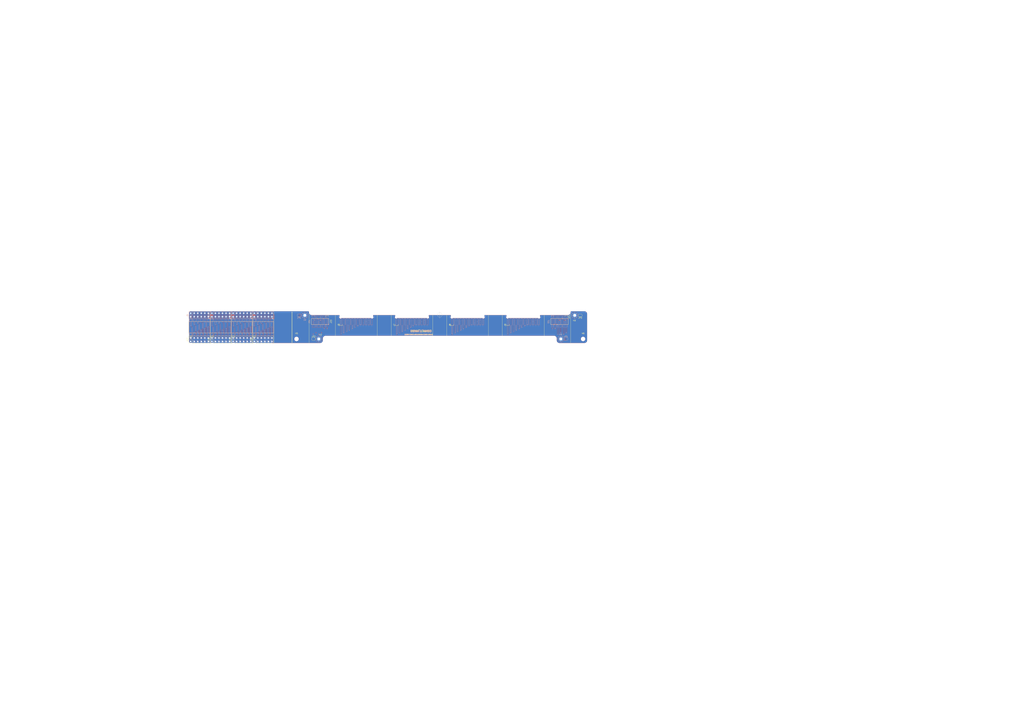
<source format=kicad_pcb>
(kicad_pcb (version 20210228) (generator pcbnew)
  (layers (0 "F.Cu" power) (1 "In1.Cu" signal) (2 "In2.Cu" signal) (3 "In3.Cu" signal) (4 "In4.Cu" signal) (31 "B.Cu" power) (34 "B.Paste" user) (35 "F.Paste" user) (36 "B.SilkS" user "B.Silkscreen") (37 "F.SilkS" user "F.Silkscreen") (38 "B.Mask" user) (39 "F.Mask" user) (44 "Edge.Cuts" user))
  (net 0 "")
  (net 1 "2_a1")
  (net 2 "2_a7")
  (net 3 "2_a2")
  (net 4 "2_a8")
  (net 5 "2_a3")
  (net 6 "2_a9")
  (net 7 "2_a4")
  (net 8 "2_a10")
  (net 9 "2_a5")
  (net 10 "2_a11")
  (net 11 "2_a6")
  (net 12 "2_a12")
  (net 13 "3_a1")
  (net 14 "3_a7")
  (net 15 "3_a2")
  (net 16 "3_a8")
  (net 17 "3_a3")
  (net 18 "3_a9")
  (net 19 "3_a4")
  (net 20 "3_a10")
  (net 21 "3_a5")
  (net 22 "3_a11")
  (net 23 "3_a6")
  (net 24 "3_a12")
  (net 25 "4_a1")
  (net 26 "4_a7")
  (net 27 "4_a2")
  (net 28 "4_a8")
  (net 29 "4_a3")
  (net 30 "4_a9")
  (net 31 "4_a4")
  (net 32 "4_a10")
  (net 33 "4_a5")
  (net 34 "4_a11")
  (net 35 "4_a6")
  (net 36 "4_a12")
  (net 37 "1_a12")
  (net 38 "1_a11")
  (net 39 "1_a10")
  (net 40 "1_a9")
  (net 41 "1_a8")
  (net 42 "1_a7")
  (net 43 "1_a6")
  (net 44 "1_a5")
  (net 45 "1_a4")
  (net 46 "1_a3")
  (net 47 "1_a2")
  (net 48 "1_a1")
  (net 49 "Net-(H1-Pad1)")
  (net 50 "Net-(H2-Pad1)")
  (net 51 "Net-(H3-Pad1)")
  (net 52 "Net-(H4-Pad1)")
  (net 53 "GND")
  (footprint "Jumper:SolderJumper-2_P1.3mm_Open_RoundedPad1.0x1.5mm" (layer "F.Cu") (at 100.9 0.25 180)
    (fp_text reference "JP3")
    (fp_text value "Jumper_2_Bridged" hide)
  )
  (footprint "MINE:71609" (layer "F.Cu") (at -127 8.89)
    (fp_text reference "J14")
    (fp_text value "Conn_02x06_Counter_Clockwise" hide)
  )
  (footprint "MountingHole:MountingHole_3mm" (layer "F.Cu") (at 103 17.25)
    (fp_text reference "H6")
    (fp_text value "MountingHole" hide)
  )
  (footprint "MountingHole:MountingHole_2.2mm_M2_Pad_Via" (layer "F.Cu") (at -87 17.25)
    (fp_text reference "H2")
    (fp_text value "MountingHole_Pad" hide)
  )
  (footprint "Connector_PinHeader_2.54mm:PinHeader_2x06_P2.54mm_Vertical" (layer "F.Cu") (at -133.35 19.05 90)
    (fp_text reference "J20")
    (fp_text value "Conn_02x06_Counter_Clockwise" hide)
  )
  (footprint "MountingHole:MountingHole_2.2mm_M2_Pad_Via" (layer "F.Cu") (at 97 0.25)
    (fp_text reference "H3")
    (fp_text value "MountingHole_Pad" hide)
  )
  (footprint "MINE:MMS-106-02-X-SH" (layer "F.Cu") (at 86 4.75 -90)
    (fp_text reference "J24")
    (fp_text value "Conn_01x06" hide)
  )
  (footprint "Connector_PinHeader_2.54mm:PinHeader_2x06_P2.54mm_Vertical" (layer "F.Cu") (at -163.83 19.05 90)
    (fp_text reference "J18")
    (fp_text value "Conn_02x06_Counter_Clockwise" hide)
  )
  (footprint "MINE:logo_small" (layer "F.Cu") (at -15.25 14 180)
    (fp_text reference "LOGO1" hide)
    (fp_text value "Logo" hide)
  )
  (footprint "MINE:TMM-112-01-STRADDLE" (layer "F.Cu") (at 60 2.164)
    (fp_text reference "J9")
    (fp_text value "Conn_02x12_Row_Letter_First" hide)
    (fp_line (start -12 -1.13137) (end -12 -1.254) (layer "Edge.Cuts") (width 0.05))
    (fp_line (start 12 -1.13137) (end 12 -1.254) (layer "Edge.Cuts") (width 0.05))
    (fp_line (start -10.868629 0) (end 10.868629 0) (layer "Edge.Cuts") (width 0.05))
    (fp_arc (start 11.434314 -0.565685) (end 10.868629 0) (angle -180) (layer "Edge.Cuts") (width 0.05))
    (fp_arc (start -11.434314 -0.565685) (end -11.999999 -1.13137) (angle -180) (layer "Edge.Cuts") (width 0.05))
  )
  (footprint "Connector_PinHeader_2.54mm:PinHeader_2x06_P2.54mm_Vertical" (layer "F.Cu") (at -148.59 19.05 90)
    (fp_text reference "J19")
    (fp_text value "Conn_02x06_Counter_Clockwise" hide)
  )
  (footprint "MINE:MMS-106-02-X-SH" (layer "F.Cu") (at -86 4.75 -90)
    (fp_text reference "J23")
    (fp_text value "Conn_01x06" hide)
  )
  (footprint "MINE:71609" (layer "F.Cu") (at -157.48 8.89)
    (fp_text reference "J12")
    (fp_text value "Conn_02x06_Counter_Clockwise" hide)
  )
  (footprint "MINE:TMM-112-01-STRADDLE" (layer "F.Cu") (at -20 2.164)
    (fp_text reference "J7")
    (fp_text value "Conn_02x12_Row_Letter_First" hide)
    (fp_line (start -10.868629 0) (end 10.868629 0) (layer "Edge.Cuts") (width 0.05))
    (fp_line (start -12 -1.13137) (end -12 -1.254) (layer "Edge.Cuts") (width 0.05))
    (fp_line (start 12 -1.13137) (end 12 -1.254) (layer "Edge.Cuts") (width 0.05))
    (fp_arc (start -11.434314 -0.565685) (end -11.999999 -1.13137) (angle -180) (layer "Edge.Cuts") (width 0.05))
    (fp_arc (start 11.434314 -0.565685) (end 10.868629 0) (angle -180) (layer "Edge.Cuts") (width 0.05))
  )
  (footprint "MINE:71609" (layer "F.Cu") (at -142.24 8.89)
    (fp_text reference "J13")
    (fp_text value "Conn_02x06_Counter_Clockwise" hide)
  )
  (footprint "Connector_PinHeader_2.54mm:PinHeader_2x06_P2.54mm_Vertical" (layer "F.Cu") (at -179.07 19.05 90)
    (fp_text reference "J17")
    (fp_text value "Conn_02x06_Counter_Clockwise" hide)
  )
  (footprint "MountingHole:MountingHole_3mm" (layer "F.Cu") (at -103 17.25)
    (fp_text reference "H5")
    (fp_text value "MountingHole" hide)
  )
  (footprint "MINE:TMM-112-01-STRADDLE" (layer "F.Cu") (at -60 2.164)
    (fp_text reference "J6")
    (fp_text value "Conn_02x12_Row_Letter_First" hide)
    (fp_line (start -10.868629 0) (end 10.868629 0) (layer "Edge.Cuts") (width 0.05))
    (fp_line (start 12 -1.13137) (end 12 -1.254) (layer "Edge.Cuts") (width 0.05))
    (fp_line (start -12 -1.13137) (end -12 -1.254) (layer "Edge.Cuts") (width 0.05))
    (fp_arc (start -11.434314 -0.565685) (end -11.999999 -1.13137) (angle -180) (layer "Edge.Cuts") (width 0.05))
    (fp_arc (start 11.434314 -0.565685) (end 10.868629 0) (angle -180) (layer "Edge.Cuts") (width 0.05))
  )
  (footprint "Jumper:SolderJumper-2_P1.3mm_Open_RoundedPad1.0x1.5mm" (layer "F.Cu") (at -90.75 17.25)
    (fp_text reference "JP2")
    (fp_text value "Jumper_2_Bridged" hide)
  )
  (footprint "MINE:71609" (layer "F.Cu") (at -172.72 8.89)
    (fp_text reference "J11")
    (fp_text value "Conn_02x06_Counter_Clockwise" hide)
  )
  (footprint "MINE:TMM-112-01-STRADDLE" (layer "F.Cu") (at 20 2.164)
    (fp_text reference "J8")
    (fp_text value "Conn_02x12_Row_Letter_First" hide)
    (fp_line (start -10.868629 0) (end 10.868629 0) (layer "Edge.Cuts") (width 0.05))
    (fp_line (start 12 -1.13137) (end 12 -1.254) (layer "Edge.Cuts") (width 0.05))
    (fp_line (start -12 -1.13137) (end -12 -1.254) (layer "Edge.Cuts") (width 0.05))
    (fp_arc (start -11.434314 -0.565685) (end -11.999999 -1.13137) (angle -180) (layer "Edge.Cuts") (width 0.05))
    (fp_arc (start 11.434314 -0.565685) (end 10.868629 0) (angle -180) (layer "Edge.Cuts") (width 0.05))
  )
  (footprint "Connector_PinHeader_2.54mm:PinHeader_2x06_P2.54mm_Vertical" (layer "B.Cu") (at -148.59 -1.275 -90)
    (fp_text reference "J15")
    (fp_text value "Conn_02x06_Counter_Clockwise" hide)
  )
  (footprint "MountingHole:MountingHole_2.2mm_M2_Pad_Via" (layer "B.Cu") (at -97.025 0.25 180)
    (fp_text reference "H1")
    (fp_text value "MountingHole_Pad" hide)
  )
  (footprint "Connector_PinHeader_2.54mm:PinHeader_2x06_P2.54mm_Vertical" (layer "B.Cu") (at -163.83 -1.27 -90)
    (fp_text reference "J10")
    (fp_text value "Conn_02x06_Counter_Clockwise" hide)
  )
  (footprint "MINE:71609" (layer "B.Cu") (at -172.72 8.89)
    (fp_text reference "J1")
    (fp_text value "Conn_02x06_Counter_Clockwise" hide)
  )
  (footprint "MINE:71609" (layer "B.Cu") (at -142.24 8.89)
    (fp_text reference "J3")
    (fp_text value "Conn_02x06_Counter_Clockwise" hide)
  )
  (footprint "MINE:71609" (layer "B.Cu") (at -127 8.89)
    (fp_text reference "J4")
    (fp_text value "Conn_02x06_Counter_Clockwise" hide)
  )
  (footprint "Connector_PinHeader_2.54mm:PinHeader_2x06_P2.54mm_Vertical" (layer "B.Cu") (at -133.35 -1.275 -90)
    (fp_text reference "J16")
    (fp_text value "Conn_02x06_Counter_Clockwise" hide)
  )
  (footprint "Connector_PinHeader_2.54mm:PinHeader_2x06_P2.54mm_Vertical" (layer "B.Cu") (at -179.07 -1.27 -90)
    (fp_text reference "J5")
    (fp_text value "Conn_02x06_Counter_Clockwise" hide)
  )
  (footprint "MINE:MMS-106-02-X-SH" (layer "B.Cu") (at 86 4.75 -90)
    (fp_text reference "J22")
    (fp_text value "Conn_01x06" hide)
  )
  (footprint "MINE:MMS-106-02-X-SH" (layer "B.Cu") (at -86 4.75 -90)
    (fp_text reference "J21")
    (fp_text value "Conn_01x06")
  )
  (footprint "MountingHole:MountingHole_2.2mm_M2_Pad_Via" (layer "B.Cu") (at 87 17.25 180)
    (fp_text reference "H4")
    (fp_text value "MountingHole_Pad" hide)
  )
  (footprint "MINE:71609" (layer "B.Cu") (at -157.48 8.89)
    (fp_text reference "J2")
    (fp_text value "Conn_02x06_Counter_Clockwise" hide)
  )
  (footprint "MINE:logo_small" (layer "B.Cu") (at -15.25 14)
    (fp_text reference "LOGO2" hide)
    (fp_text value "Logo" hide)
  )
  (footprint "Jumper:SolderJumper-2_P1.3mm_Open_RoundedPad1.0x1.5mm" (layer "B.Cu") (at -101.125 0.25)
    (fp_text reference "JP1")
    (fp_text value "Jumper_2_Bridged" hide)
  )
  (footprint "Jumper:SolderJumper-2_P1.3mm_Open_RoundedPad1.0x1.5mm" (layer "B.Cu") (at 90.75 17.25 180)
    (fp_text reference "JP4")
    (fp_text value "Jumper_2_Bridged" hide)
  )
  (gr_line (start 45 0) (end 45 15) (layer "F.SilkS") (width 0.15))
  (gr_line (start 35 0) (end 35 15) (layer "F.SilkS") (width 0.15))
  (gr_line (start -94 -1) (end -94 20) (layer "F.SilkS") (width 0.15))
  (gr_line (start -5 0) (end -5 15) (layer "F.SilkS") (width 0.15))
  (gr_line (start 75 0) (end 75 15) (layer "F.SilkS") (width 0.15))
  (gr_line (start -35 0) (end -35 15) (layer "F.SilkS") (width 0.15))
  (gr_line (start -134.62 -1.27) (end -134.62 20.066) (layer "F.SilkS") (width 0.15))
  (gr_line (start -45 0) (end -45 15) (layer "F.SilkS") (width 0.15))
  (gr_line (start -106 -2.25) (end -106 20) (layer "F.SilkS") (width 0.15))
  (gr_line (start -106.5 -2.25) (end -106.5 20) (layer "F.SilkS") (width 0.15))
  (gr_line (start 94 -1) (end 94 20) (layer "F.SilkS") (width 0.15))
  (gr_line (start -149.86 -1.27) (end -149.86 20.066) (layer "F.SilkS") (width 0.15))
  (gr_line (start -75 0) (end -75 15) (layer "F.SilkS") (width 0.15))
  (gr_line (start -119.38 -1.27) (end -119.38 20.066) (layer "F.SilkS") (width 0.15))
  (gr_line (start -165.1 -1.27) (end -165.1 20.066) (layer "F.SilkS") (width 0.15))
  (gr_line (start 5 0) (end 5 15) (layer "F.SilkS") (width 0.15))
  (gr_line (start -45 0) (end -48 0) (layer "Edge.Cuts") (width 0.05))
  (gr_line (start 72 0.91) (end 72 0) (layer "Edge.Cuts") (width 0.05))
  (gr_arc (start -92 -2) (end -92 0) (angle 90) (layer "Edge.Cuts") (width 0.05))
  (gr_line (start 75 0) (end 72 0) (layer "Edge.Cuts") (width 0.05))
  (gr_line (start -8 0.91) (end -8 0) (layer "Edge.Cuts") (width 0.05))
  (gr_arc (start 82 17) (end 82 15) (angle 90) (layer "Edge.Cuts") (width 0.05))
  (gr_line (start 94.5 -2.75) (end 104 -2.75) (layer "Edge.Cuts") (width 0.05))
  (gr_arc (start -179.34 19.250003) (end -180.34 19.25) (angle -90) (layer "Edge.Cuts") (width 0.05))
  (gr_line (start -179.34 -2.75) (end -94.5 -2.75) (layer "Edge.Cuts") (width 0.05))
  (gr_line (start 32 0.91) (end 32 0) (layer "Edge.Cuts") (width 0.05))
  (gr_line (start 84 18.25) (end 84 17) (layer "Edge.Cuts") (width 0.05))
  (gr_line (start -72 0) (end -75 0) (layer "Edge.Cuts") (width 0.05))
  (gr_line (start 48 0) (end 45 0) (layer "Edge.Cuts") (width 0.05))
  (gr_line (start 94 -2) (end 94 -2.25) (layer "Edge.Cuts") (width 0.05))
  (gr_arc (start -179.340003 -1.75) (end -179.34 -2.75) (angle -90) (layer "Edge.Cuts") (width 0.05))
  (gr_line (start -32 0) (end -35 0) (layer "Edge.Cuts") (width 0.05))
  (gr_arc (start -86 18.25) (end -84 18.25) (angle 90) (layer "Edge.Cuts") (width 0.05))
  (gr_arc (start -82 17) (end -84 17) (angle 90) (layer "Edge.Cuts") (width 0.05))
  (gr_arc (start 94.5 -2.25) (end 94 -2.25) (angle 90) (layer "Edge.Cuts") (width 0.05))
  (gr_line (start -84 17) (end -84 18.25) (layer "Edge.Cuts") (width 0.05))
  (gr_line (start -72 0.91) (end -72 0) (layer "Edge.Cuts") (width 0.05))
  (gr_line (start 106 -0.75) (end 106 18.25) (layer "Edge.Cuts") (width 0.05))
  (gr_line (start 48 0.91) (end 48 0) (layer "Edge.Cuts") (width 0.05))
  (gr_line (start -86 20.25) (end -179.34 20.25) (layer "Edge.Cuts") (width 0.05))
  (gr_line (start 0 0) (end -5 0) (layer "Edge.Cuts") (width 0.05))
  (gr_line (start 35 0) (end 32 0) (layer "Edge.Cuts") (width 0.05))
  (gr_line (start 5 0) (end 0 0) (layer "Edge.Cuts") (width 0.05))
  (gr_line (start 75 0) (end 92 0) (layer "Edge.Cuts") (width 0.05))
  (gr_line (start 8 0.91) (end 8 0) (layer "Edge.Cuts") (width 0.05))
  (gr_line (start -32 0.91) (end -32 0) (layer "Edge.Cuts") (width 0.05))
  (gr_line (start -48 0.91) (end -48 0) (layer "Edge.Cuts") (width 0.05))
  (gr_line (start 8 0) (end 5 0) (layer "Edge.Cuts") (width 0.05))
  (gr_arc (start 92 -2) (end 94 -2) (angle 90) (layer "Edge.Cuts") (width 0.05))
  (gr_arc (start 86 18.25) (end 86 20.25) (angle 90) (layer "Edge.Cuts") (width 0.05))
  (gr_line (start 45 0) (end 35 0) (layer "Edge.Cuts") (width 0.05))
  (gr_arc (start 104 -0.75) (end 104 -2.75) (angle 90) (layer "Edge.Cuts") (width 0.05))
  (gr_line (start -35 0) (end -45 0) (layer "Edge.Cuts") (width 0.05))
  (gr_line (start -5 0) (end -8 0) (layer "Edge.Cuts") (width 0.05))
  (gr_line (start -75 0) (end -92 0) (layer "Edge.Cuts") (width 0.05))
  (gr_arc (start -94.5 -2.25) (end -94.5 -2.75) (angle 90) (layer "Edge.Cuts") (width 0.05))
  (gr_line (start -94 -2.25) (end -94 -2) (layer "Edge.Cuts") (width 0.05))
  (gr_line (start 82 15) (end -82 15) (layer "Edge.Cuts") (width 0.05))
  (gr_arc (start 104 18.25) (end 106 18.25) (angle 90) (layer "Edge.Cuts") (width 0.05))
  (gr_line (start 104 20.25) (end 86 20.25) (layer "Edge.Cuts") (width 0.05))
  (gr_line (start -180.34 19.25) (end -180.34 -1.75) (layer "Edge.Cuts") (width 0.05))
  (gr_text "COMMIT_HASH" (at -13.5 11.5 180) (layer "B.SilkS") (effects (font (size 1.5 1.5) (thickness 0.3)) (justify mirror)))
  (gr_text "COMMIT_HASH" (at -13.5 11.5 180) (layer "F.SilkS") (effects (font (size 1.5 1.5) (thickness 0.3))))
  (target plus (at 0 0) (size 5) (width 0.1) (layer "Edge.Cuts"))
  (segment (start -87 1.51) (end -87 7.99) (width 0.7) (layer "F.Cu") (net 1))
  (segment (start -162.793489 12.678489) (end -163.83 13.715) (width 0.55) (layer "F.Cu") (net 1))
  (segment (start -31 4.914) (end -31 13.75) (width 0.7) (layer "F.Cu") (net 1))
  (segment (start -163.83 1.27) (end -162.793489 2.306511) (width 0.55) (layer "F.Cu") (net 1))
  (segment (start -87 7.99) (end -87 13.75) (width 0.7) (layer "F.Cu") (net 1))
  (segment (start -163.83 19.05) (end -162.578489 17.798489) (width 0.55) (layer "F.Cu") (net 1))
  (segment (start -162.793489 2.306511) (end -162.793489 12.678489) (width 0.55) (layer "F.Cu") (net 1))
  (segment (start -162.578489 14.966511) (end -163.83 13.715) (width 0.55) (layer "F.Cu") (net 1))
  (segment (start -162.578489 17.798489) (end -162.578489 14.966511) (width 0.55) (layer "F.Cu") (net 1))
  (via (at -31 13.75) (size 0.5) (drill 0.2) (layers "F.Cu" "B.Cu") (net 1))
  (via (at -163.83 13.75) (size 0.5) (drill 0.2) (layers "F.Cu" "B.Cu") (net 1))
  (via (at -87 13.75) (size 0.5) (drill 0.2) (layers "F.Cu" "B.Cu") (net 1))
  (segment (start -31 13.75) (end -31 4.914) (width 0.7) (layer "B.Cu") (net 1))
  (segment (start -163.83 4.065) (end -163.83 7.75) (width 0.7) (layer "F.Cu") (net 2))
  (segment (start -19 4.914) (end -19 7.75) (width 0.7) (layer "F.Cu") (net 2))
  (via (at -163.83 7.75) (size 0.5) (drill 0.2) (layers "F.Cu" "B.Cu") (net 2))
  (via (at -19 7.75) (size 0.5) (drill 0.2) (layers "F.Cu" "B.Cu") (net 2))
  (segment (start -162.793489 15.473489) (end -162.793489 8.786511) (width 0.55) (layer "B.Cu") (net 2))
  (segment (start -162.578489 -0.018489) (end -162.578489 2.813489) (width 0.55) (layer "B.Cu") (net 2))
  (segment (start -163.83 4.065) (end -163.83 7.75) (width 0.7) (layer "B.Cu") (net 2))
  (segment (start -163.83 -1.27) (end -162.578489 -0.018489) (width 0.55) (layer "B.Cu") (net 2))
  (segment (start -162.578489 2.813489) (end -163.83 4.065) (width 0.55) (layer "B.Cu") (net 2))
  (segment (start -163.83 16.51) (end -162.793489 15.473489) (width 0.55) (layer "B.Cu") (net 2))
  (segment (start -162.793489 8.786511) (end -163.83 7.75) (width 0.55) (layer "B.Cu") (net 2))
  (segment (start -19 7.75) (end -19 4.914) (width 0.7) (layer "B.Cu") (net 2))
  (segment (start -160.253489 11.663489) (end -161.29 12.7) (width 0.55) (layer "F.Cu") (net 3))
  (segment (start -160.253489 2.306511) (end -160.253489 11.663489) (width 0.55) (layer "F.Cu") (net 3))
  (segment (start -161.29 13.715) (end -161.29 12.75) (width 0.7) (layer "F.Cu") (net 3))
  (segment (start -160.038489 17.798489) (end -160.038489 14.966511) (width 0.55) (layer "F.Cu") (net 3))
  (segment (start -161.29 1.27) (end -160.253489 2.306511) (width 0.55) (layer "F.Cu") (net 3))
  (segment (start -161.29 19.05) (end -160.038489 17.798489) (width 0.55) (layer "F.Cu") (net 3))
  (segment (start -85 1.51) (end -85 7.99) (width 0.7) (layer "F.Cu") (net 3))
  (segment (start -160.038489 14.966511) (end -161.29 13.715) (width 0.55) (layer "F.Cu") (net 3))
  (segment (start -85 7.99) (end -85 12.75) (width 0.7) (layer "F.Cu") (net 3))
  (segment (start -29 12.75) (end -29 4.914) (width 0.7) (layer "F.Cu") (net 3))
  (via (at -29 12.75) (size 0.5) (drill 0.2) (layers "F.Cu" "B.Cu") (net 3))
  (via (at -85 12.75) (size 0.5) (drill 0.2) (layers "F.Cu" "B.Cu") (net 3))
  (via (at -161.29 12.75) (size 0.5) (drill 0.2) (layers "F.Cu" "B.Cu") (net 3))
  (segment (start -29 4.914) (end -29 12.75) (width 0.7) (layer "B.Cu") (net 3))
  (segment (start -161.29 13.715) (end -161.29 12.75) (width 0.7) (layer "B.Cu") (net 3))
  (segment (start -161.29 4.065) (end -161.29 6.75) (width 0.7) (layer "F.Cu") (net 4))
  (via (at -161.29 6.75) (size 0.5) (drill 0.2) (layers "F.Cu" "B.Cu") (net 4))
  (via (at -17 6.75) (size 0.5) (drill 0.2) (layers "F.Cu" "B.Cu") (net 4))
  (via (at -80 6.75) (size 0.5) (drill 0.2) (layers "F.Cu" "B.Cu") (net 4))
  (segment (start -81 1.51) (end -81 6.75) (width 0.7) (layer "B.Cu") (net 4))
  (segment (start -161.29 4.065) (end -160.038489 2.813489) (width 0.55) (layer "B.Cu") (net 4))
  (segment (start -160.253489 15.473489) (end -160.253489 7.786511) (width 0.55) (layer "B.Cu") (net 4))
  (segment (start -160.253489 7.786511) (end -161.29 6.75) (width 0.55) (layer "B.Cu") (net 4))
  (segment (start -81 6.75) (end -81 7.99) (width 0.7) (layer "B.Cu") (net 4))
  (segment (start -161.29 16.51) (end -160.253489 15.473489) (width 0.55) (layer "B.Cu") (net 4))
  (segment (start -81 6.75) (end -80 6.75) (width 0.7) (layer "B.Cu") (net 4))
  (segment (start -160.038489 2.813489) (end -160.038489 -0.018489) (width 0.55) (layer "B.Cu") (net 4))
  (segment (start -161.29 4.065) (end -161.29 6.75) (width 0.7) (layer "B.Cu") (net 4))
  (segment (start -160.038489 -0.018489) (end -161.29 -1.27) (width 0.55) (layer "B.Cu") (net 4))
  (segment (start -157.498489 14.966511) (end -158.75 13.715) (width 0.55) (layer "F.Cu") (net 5))
  (segment (start -27 4.914) (end -27 11.75) (width 0.7) (layer "F.Cu") (net 5))
  (segment (start -158.75 13.715) (end -158.75 11.75) (width 0.7) (layer "F.Cu") (net 5))
  (segment (start -157.713489 2.306511) (end -158.75 1.27) (width 0.55) (layer "F.Cu") (net 5))
  (segment (start -157.498489 17.798489) (end -157.498489 14.966511) (width 0.55) (layer "F.Cu") (net 5))
  (segment (start -158.75 19.05) (end -157.498489 17.798489) (width 0.55) (layer "F.Cu") (net 5))
  (segment (start -158.75 11.75) (end -157.713489 10.713489) (width 0.55) (layer "F.Cu") (net 5))
  (segment (start -157.713489 10.713489) (end -157.713489 2.306511) (width 0.55) (layer "F.Cu") (net 5))
  (via (at -158.75 11.75) (size 0.5) (drill 0.2) (layers "F.Cu" "B.Cu") (net 5))
  (via (at -27 11.75) (size 0.5) (drill 0.2) (layers "F.Cu" "B.Cu") (net 5))
  (segment (start -27 11.75) (end -27 4.914) (width 0.7) (layer "B.Cu") (net 5))
  (segment (start -158.75 13.715) (end -158.75 11.75) (width 0.7) (layer "B.Cu") (net 5))
  (segment (start -158.75 4.065) (end -158.75 5.75) (width 0.7) (layer "F.Cu") (net 6))
  (via (at -158.75 5.75) (size 0.5) (drill 0.2) (layers "F.Cu" "B.Cu") (net 6))
  (via (at -15 5.75) (size 0.5) (drill 0.2) (layers "F.Cu" "B.Cu") (net 6))
  (segment (start -158.75 16.51) (end -157.713489 15.473489) (width 0.55) (layer "B.Cu") (net 6))
  (segment (start -157.498489 2.813489) (end -157.498489 -0.018489) (width 0.55) (layer "B.Cu") (net 6))
  (segment (start -157.713489 15.473489) (end -157.713489 6.786511) (width 0.55) (layer "B.Cu") (net 6))
  (segment (start -157.713489 6.786511) (end -158.75 5.75) (width 0.55) (layer "B.Cu") (net 6))
  (segment (start -158.75 4.065) (end -157.498489 2.813489) (width 0.55) (layer "B.Cu") (net 6))
  (segment (start -157.498489 -0.018489) (end -158.75 -1.27) (width 0.55) (layer "B.Cu") (net 6))
  (segment (start -158.75 4.065) (end -158.75 5.75) (width 0.7) (layer "B.Cu") (net 6))
  (segment (start -156.21 10.75) (end -155.173489 9.713489) (width 0.55) (layer "F.Cu") (net 7))
  (segment (start -154.958489 17.798489) (end -154.958489 14.966511) (width 0.55) (layer "F.Cu") (net 7))
  (segment (start -155.173489 9.713489) (end -155.173489 2.306511) (width 0.55) (layer "F.Cu") (net 7))
  (segment (start -154.958489 14.966511) (end -156.21 13.715) (width 0.55) (layer "F.Cu") (net 7))
  (segment (start -156.21 13.715) (end -156.21 10.75) (width 0.7) (layer "F.Cu") (net 7))
  (segment (start -155.173489 2.306511) (end -156.21 1.27) (width 0.55) (layer "F.Cu") (net 7))
  (segment (start -25 10.75) (end -25 4.914) (width 0.7) (layer "F.Cu") (net 7))
  (segment (start -156.21 19.05) (end -154.958489 17.798489) (width 0.55) (layer "F.Cu") (net 7))
  (via (at -156.21 10.75) (size 0.5) (drill 0.2) (layers "F.Cu" "B.Cu") (net 7))
  (via (at -25 10.75) (size 0.5) (drill 0.2) (layers "F.Cu" "B.Cu") (net 7))
  (segment (start -25 4.914) (end -25 10.75) (width 0.7) (layer "B.Cu") (net 7))
  (segment (start -156.21 13.715) (end -156.21 10.75) (width 0.7) (layer "B.Cu") (net 7))
  (segment (start -156.21 4.065) (end -156.21 4.75) (width 0.7) (layer "F.Cu") (net 8))
  (via (at -13 4.75) (size 0.5) (drill 0.2) (layers "F.Cu" "B.Cu") (net 8))
  (via (at -156.21 4.75) (size 0.5) (drill 0.2) (layers "F.Cu" "B.Cu") (net 8))
  (segment (start -155.173489 5.786511) (end -156.21 4.75) (width 0.55) (layer "B.Cu") (net 8))
  (segment (start -155.173489 15.473489) (end -155.173489 5.786511) (width 0.55) (layer "B.Cu") (net 8))
  (segment (start -154.958489 -0.018489) (end -156.21 -1.27) (width 0.55) (layer "B.Cu") (net 8))
  (segment (start -156.21 4.065) (end -156.21 4.75) (width 0.7) (layer "B.Cu") (net 8))
  (segment (start -156.21 16.51) (end -155.173489 15.473489) (width 0.55) (layer "B.Cu") (net 8))
  (segment (start -154.958489 2.813489) (end -154.958489 -0.018489) (width 0.55) (layer "B.Cu") (net 8))
  (segment (start -156.21 4.065) (end -154.958489 2.813489) (width 0.55) (layer "B.Cu") (net 8))
  (segment (start -81 7.99) (end -81 9.75) (width 0.7) (layer "F.Cu") (net 9))
  (segment (start -152.633489 2.306511) (end -153.67 1.27) (width 0.55) (layer "F.Cu") (net 9))
  (segment (start -23 4.914) (end -23 9.75) (width 0.7) (layer "F.Cu") (net 9))
  (segment (start -152.633489 8.713489) (end -152.633489 2.306511) (width 0.55) (layer "F.Cu") (net 9))
  (segment (start -152.418489 14.966511) (end -153.67 13.715) (width 0.55) (layer "F.Cu") (net 9))
  (segment (start -153.67 9.75) (end -152.633489 8.713489) (width 0.55) (layer "F.Cu") (net 9))
  (segment (start -152.418489 17.798489) (end -152.418489 14.966511) (width 0.55) (layer "F.Cu") (net 9))
  (segment (start -81 1.51) (end -81 7.99) (width 0.7) (layer "F.Cu") (net 9))
  (segment (start -153.67 13.715) (end -153.67 9.75) (width 0.7) (layer "F.Cu") (net 9))
  (segment (start -153.67 19.05) (end -152.418489 17.798489) (width 0.55) (layer "F.Cu") (net 9))
  (via (at -81 9.75) (size 0.5) (drill 0.2) (layers "F.Cu" "B.Cu") (net 9))
  (via (at -23 9.75) (size 0.5) (drill 0.2) (layers "F.Cu" "B.Cu") (net 9))
  (via (at -153.67 9.75) (size 0.5) (drill 0.2) (layers "F.Cu" "B.Cu") (net 9))
  (segment (start -23 9.75) (end -23 4.914) (width 0.7) (layer "B.Cu") (net 9))
  (segment (start -153.67 13.715) (end -153.67 9.75) (width 0.7) (layer "B.Cu") (net 9))
  (via (at -153.67 3.75) (size 0.5) (drill 0.2) (layers "F.Cu" "B.Cu") (net 10))
  (via (at -86 3.75) (size 0.5) (drill 0.2) (layers "F.Cu" "B.Cu") (net 10))
  (via (at -11 3.75) (size 0.5) (drill 0.2) (layers "F.Cu" "B.Cu") (net 10))
  (segment (start -153.67 16.51) (end -152.633489 15.473489) (width 0.55) (layer "B.Cu") (net 10))
  (segment (start -87 3.75) (end -87 7.99) (width 0.7) (layer "B.Cu") (net 10))
  (segment (start -152.633489 15.473489) (end -152.633489 5.101511) (width 0.55) (layer "B.Cu") (net 10))
  (segment (start -153.67 4.065) (end -152.418489 2.813489) (width 0.55) (layer "B.Cu") (net 10))
  (segment (start -87 1.51) (end -87 3.75) (width 0.7) (layer "B.Cu") (net 10))
  (segment (start -152.418489 2.813489) (end -152.418489 -0.018489) (width 0.55) (layer "B.Cu") (net 10))
  (segment (start -152.633489 5.101511) (end -153.67 4.065) (width 0.55) (layer "B.Cu") (net 10))
  (segment (start -152.418489 -0.018489) (end -153.67 -1.27) (width 0.55) (layer "B.Cu") (net 10))
  (segment (start -87 3.75) (end -86 3.75) (width 0.7) (layer "B.Cu") (net 10))
  (segment (start -149.878489 17.798489) (end -149.878489 14.966511) (width 0.55) (layer "F.Cu") (net 11))
  (segment (start -151.13 8.75) (end -150.093489 7.713489) (width 0.55) (layer "F.Cu") (net 11))
  (segment (start -151.13 19.05) (end -149.878489 17.798489) (width 0.55) (layer "F.Cu") (net 11))
  (segment (start -149.878489 14.966511) (end -151.13 13.715) (width 0.55) (layer "F.Cu") (net 11))
  (segment (start -151.13 13.715) (end -151.13 8.75) (width 0.7) (layer "F.Cu") (net 11))
  (segment (start -150.093489 2.306511) (end -151.13 1.27) (width 0.55) (layer "F.Cu") (net 11))
  (segment (start -150.093489 7.713489) (end -150.093489 2.306511) (width 0.55) (layer "F.Cu") (net 11))
  (segment (start -21 8.75) (end -21 4.914) (width 0.7) (layer "F.Cu") (net 11))
  (via (at -151.13 8.75) (size 0.5) (drill 0.2) (layers "F.Cu" "B.Cu") (net 11))
  (via (at -21 8.75) (size 0.5) (drill 0.2) (layers "F.Cu" "B.Cu") (net 11))
  (segment (start -151.13 13.715) (end -151.13 8.75) (width 0.7) (layer "B.Cu") (net 11))
  (segment (start -21 4.914) (end -21 8.75) (width 0.7) (layer "B.Cu") (net 11))
  (segment (start -151.13 4.065) (end -151.13 2.75) (width 0.7) (layer "F.Cu") (net 12))
  (via (at -84 2.75) (size 0.5) (drill 0.2) (layers "F.Cu" "B.Cu") (net 12))
  (via (at -9 2.75) (size 0.5) (drill 0.2) (layers "F.Cu" "B.Cu") (net 12))
  (via (at -151.13 2.75) (size 0.5) (drill 0.2) (layers "F.Cu" "B.Cu") (net 12))
  (segment (start -85 1.51) (end -85 2.75) (width 0.7) (layer "B.Cu") (net 12))
  (segment (start -149.878489 2.813489) (end -149.878489 -0.018489) (width 0.55) (layer "B.Cu") (net 12))
  (segment (start -150.093489 15.473489) (end -150.093489 5.101511) (width 0.55) (layer "B.Cu") (net 12))
  (segment (start -151.13 4.065) (end -149.878489 2.813489) (width 0.55) (layer "B.Cu") (net 12))
  (segment (start -151.13 4.065) (end -151.13 2.75) (width 0.7) (layer "B.Cu") (net 12))
  (segment (start -85 2.75) (end -84 2.75) (width 0.7) (layer "B.Cu") (net 12))
  (segment (start -150.093489 5.101511) (end -151.13 4.065) (width 0.55) (layer "B.Cu") (net 12))
  (segment (start -149.878489 -0.018489) (end -151.13 -1.27) (width 0.55) (layer "B.Cu") (net 12))
  (segment (start -151.13 16.51) (end -150.093489 15.473489) (width 0.55) (layer "B.Cu") (net 12))
  (segment (start -85 2.75) (end -85 7.99) (width 0.7) (layer "B.Cu") (net 12))
  (segment (start 9 4.914) (end 9 13.75) (width 0.7) (layer "F.Cu") (net 13))
  (segment (start -147.338489 17.798489) (end -147.338489 14.966511) (width 0.55) (layer "F.Cu") (net 13))
  (segment (start -148.59 1.27) (end -147.553489 2.306511) (width 0.55) (layer "F.Cu") (net 13))
  (segment (start -148.59 19.05) (end -147.338489 17.798489) (width 0.55) (layer "F.Cu") (net 13))
  (segment (start -147.338489 14.966511) (end -148.59 13.715) (width 0.55) (layer "F.Cu") (net 13))
  (segment (start -147.553489 2.306511) (end -147.553489 12.678489) (width 0.55) (layer "F.Cu") (net 13))
  (segment (start -147.553489 12.678489) (end -148.59 13.715) (width 0.55) (layer "F.Cu") (net 13))
  (via (at 85 13.75) (size 0.5) (drill 0.2) (layers "F.Cu" "B.Cu") (net 13))
  (via (at -148.59 13.75) (size 0.5) (drill 0.2) (layers "F.Cu" "B.Cu") (net 13))
  (via (at 9 13.75) (size 0.5) (drill 0.2) (layers "F.Cu" "B.Cu") (net 13))
  (segment (start 85 7.99) (end 85 13.75) (width 0.7) (layer "B.Cu") (net 13))
  (segment (start 85 1.51) (end 85 7.99) (width 0.7) (layer "B.Cu") (net 13))
  (segment (start 9 13.75) (end 9 4.914) (width 0.7) (layer "B.Cu") (net 13))
  (segment (start 21 4.914) (end 21 7.75) (width 0.7) (layer "F.Cu") (net 14))
  (segment (start -148.59 4.065) (end -148.59 7.75) (width 0.7) (layer "F.Cu") (net 14))
  (via (at 21 7.75) (size 0.5) (drill 0.2) (layers "F.Cu" "B.Cu") (net 14))
  (via (at -148.59 7.75) (size 0.5) (drill 0.2) (layers "F.Cu" "B.Cu") (net 14))
  (segment (start -148.59 16.51) (end -147.553489 15.473489) (width 0.55) (layer "B.Cu") (net 14))
  (segment (start -147.553489 15.473489) (end -147.553489 8.786511) (width 0.55) (layer "B.Cu") (net 14))
  (segment (start -148.59 -1.27) (end -147.338489 -0.018489) (width 0.55) (layer "B.Cu") (net 14))
  (segment (start -147.338489 -0.018489) (end -147.338489 2.813489) (width 0.55) (layer "B.Cu") (net 14))
  (segment (start -148.59 4.065) (end -148.59 7.75) (width 0.7) (layer "B.Cu") (net 14))
  (segment (start -147.553489 8.786511) (end -148.59 7.75) (width 0.55) (layer "B.Cu") (net 14))
  (segment (start 21 7.75) (end 21 4.914) (width 0.7) (layer "B.Cu") (net 14))
  (segment (start -147.338489 2.813489) (end -148.59 4.065) (width 0.55) (layer "B.Cu") (net 14))
  (segment (start -146.05 19.05) (end -144.798489 17.798489) (width 0.55) (layer "F.Cu") (net 15))
  (segment (start -146.05 13.715) (end -146.05 12.75) (width 0.7) (layer "F.Cu") (net 15))
  (segment (start -146.05 1.27) (end -145.013489 2.306511) (width 0.55) (layer "F.Cu") (net 15))
  (segment (start -145.013489 2.306511) (end -145.013489 11.663489) (width 0.55) (layer "F.Cu") (net 15))
  (segment (start 11 12.75) (end 11 4.914) (width 0.7) (layer "F.Cu") (net 15))
  (segment (start -145.013489 11.663489) (end -146.05 12.7) (width 0.55) (layer "F.Cu") (net 15))
  (segment (start -144.798489 17.798489) (end -144.798489 14.966511) (width 0.55) (layer "F.Cu") (net 15))
  (segment (start -144.798489 14.966511) (end -146.05 13.715) (width 0.55) (layer "F.Cu") (net 15))
  (via (at -146.05 12.75) (size 0.5) (drill 0.2) (layers "F.Cu" "B.Cu") (net 15))
  (via (at 11 12.75) (size 0.5) (drill 0.2) (layers "F.Cu" "B.Cu") (net 15))
  (via (at 87 12.75) (size 0.5) (drill 0.2) (layers "F.Cu" "B.Cu") (net 15))
  (segment (start -146.05 13.715) (end -146.05 12.75) (width 0.7) (layer "B.Cu") (net 15))
  (segment (start 87 7.99) (end 87 12.75) (width 0.7) (layer "B.Cu") (net 15))
  (segment (start 11 4.914) (end 11 12.75) (width 0.7) (layer "B.Cu") (net 15))
  (segment (start 87 1.51) (end 87 7.99) (width 0.7) (layer "B.Cu") (net 15))
  (segment (start 81 1.51) (end 81 6.75) (width 0.7) (layer "F.Cu") (net 16))
  (segment (start -146.05 4.065) (end -146.05 6.75) (width 0.7) (layer "F.Cu") (net 16))
  (segment (start 81 6.75) (end 81 7.99) (width 0.7) (layer "F.Cu") (net 16))
  (segment (start 81 6.75) (end 82 6.75) (width 0.7) (layer "F.Cu") (net 16))
  (via (at 82 6.75) (size 0.5) (drill 0.2) (layers "F.Cu" "B.Cu") (net 16))
  (via (at 23 6.75) (size 0.5) (drill 0.2) (layers "F.Cu" "B.Cu") (net 16))
  (via (at -146.05 6.75) (size 0.5) (drill 0.2) (layers "F.Cu" "B.Cu") (net 16))
  (segment (start -145.013489 7.786511) (end -146.05 6.75) (width 0.55) (layer "B.Cu") (net 16))
  (segment (start -145.013489 15.473489) (end -145.013489 7.786511) (width 0.55) (layer "B.Cu") (net 16))
  (segment (start -144.798489 -0.018489) (end -146.05 -1.27) (width 0.55) (layer "B.Cu") (net 16))
  (segment (start -146.05 4.065) (end -146.05 6.75) (width 0.7) (layer "B.Cu") (net 16))
  (segment (start -146.05 16.51) (end -145.013489 15.473489) (width 0.55) (layer "B.Cu") (net 16))
  (segment (start -144.798489 2.813489) (end -144.798489 -0.018489) (width 0.55) (layer "B.Cu") (net 16))
  (segment (start -146.05 4.065) (end -144.798489 2.813489) (width 0.55) (layer "B.Cu") (net 16))
  (segment (start -143.51 11.75) (end -142.473489 10.713489) (width 0.55) (layer "F.Cu") (net 17))
  (segment (start -142.258489 14.966511) (end -143.51 13.715) (width 0.55) (layer "F.Cu") (net 17))
  (segment (start -143.51 13.715) (end -143.51 11.75) (width 0.7) (layer "F.Cu") (net 17))
  (segment (start -142.473489 2.306511) (end -143.51 1.27) (width 0.55) (layer "F.Cu") (net 17))
  (segment (start 13 4.914) (end 13 11.75) (width 0.7) (layer "F.Cu") (net 17))
  (segment (start -142.258489 17.798489) (end -142.258489 14.966511) (width 0.55) (layer "F.Cu") (net 17))
  (segment (start -142.473489 10.713489) (end -142.473489 2.306511) (width 0.55) (layer "F.Cu") (net 17))
  (segment (start -143.51 19.05) (end -142.258489 17.798489) (width 0.55) (layer "F.Cu") (net 17))
  (via (at -143.51 11.75) (size 0.5) (drill 0.2) (layers "F.Cu" "B.Cu") (net 17))
  (via (at 13 11.75) (size 0.5) (drill 0.2) (layers "F.Cu" "B.Cu") (net 17))
  (segment (start 13 11.75) (end 13 4.914) (width 0.7) (layer "B.Cu") (net 17))
  (segment (start -143.51 13.715) (end -143.51 11.75) (width 0.7) (layer "B.Cu") (net 17))
  (segment (start -143.51 4.065) (end -143.51 5.75) (width 0.7) (layer "F.Cu") (net 18))
  (via (at 25 5.75) (size 0.5) (drill 0.2) (layers "F.Cu" "B.Cu") (net 18))
  (via (at -143.51 5.75) (size 0.5) (drill 0.2) (layers "F.Cu" "B.Cu") (net 18))
  (segment (start -142.473489 6.786511) (end -143.51 5.75) (width 0.55) (layer "B.Cu") (net 18))
  (segment (start -143.51 4.065) (end -143.51 5.75) (width 0.7) (layer "B.Cu") (net 18))
  (segment (start -142.258489 -0.018489) (end -143.51 -1.27) (width 0.55) (layer "B.Cu") (net 18))
  (segment (start -143.51 4.065) (end -142.258489 2.813489) (width 0.55) (layer "B.Cu") (net 18))
  (segment (start -143.51 16.51) (end -142.473489 15.473489) (width 0.55) (layer "B.Cu") (net 18))
  (segment (start -142.473489 15.473489) (end -142.473489 6.786511) (width 0.55) (layer "B.Cu") (net 18))
  (segment (start -142.258489 2.813489) (end -142.258489 -0.018489) (width 0.55) (layer "B.Cu") (net 18))
  (segment (start 15 10.75) (end 15 4.914) (width 0.7) (layer "F.Cu") (net 19))
  (segment (start -139.933489 9.713489) (end -139.933489 2.306511) (width 0.55) (layer "F.Cu") (net 19))
  (segment (start -139.718489 17.798489) (end -139.718489 14.966511) (width 0.55) (layer "F.Cu") (net 19))
  (segment (start -140.97 10.75) (end -139.933489 9.713489) (width 0.55) (layer "F.Cu") (net 19))
  (segment (start -139.933489 2.306511) (end -140.97 1.27) (width 0.55) (layer "F.Cu") (net 19))
  (segment (start -140.97 13.715) (end -140.97 10.75) (width 0.7) (layer "F.Cu") (net 19))
  (segment (start -140.97 19.05) (end -139.718489 17.798489) (width 0.55) (layer "F.Cu") (net 19))
  (segment (start -139.718489 14.966511) (end -140.97 13.715) (width 0.55) (layer "F.Cu") (net 19))
  (via (at 15 10.75) (size 0.5) (drill 0.2) (layers "F.Cu" "B.Cu") (net 19))
  (via (at -140.97 10.75) (size 0.5) (drill 0.2) (layers "F.Cu" "B.Cu") (net 19))
  (segment (start -140.97 13.715) (end -140.97 10.75) (width 0.7) (layer "B.Cu") (net 19))
  (segment (start 15 4.914) (end 15 10.75) (width 0.7) (layer "B.Cu") (net 19))
  (segment (start -140.97 4.065) (end -140.97 4.75) (width 0.7) (layer "F.Cu") (net 20))
  (via (at 27 4.75) (size 0.5) (drill 0.2) (layers "F.Cu" "B.Cu") (net 20))
  (via (at -140.97 4.75) (size 0.5) (drill 0.2) (layers "F.Cu" "B.Cu") (net 20))
  (segment (start -139.718489 2.813489) (end -139.718489 -0.018489) (width 0.55) (layer "B.Cu") (net 20))
  (segment (start -140.97 4.065) (end -139.718489 2.813489) (width 0.55) (layer "B.Cu") (net 20))
  (segment (start -139.718489 -0.018489) (end -140.97 -1.27) (width 0.55) (layer "B.Cu") (net 20))
  (segment (start -139.933489 5.786511) (end -140.97 4.75) (width 0.55) (layer "B.Cu") (net 20))
  (segment (start -140.97 4.065) (end -140.97 4.75) (width 0.7) (layer "B.Cu") (net 20))
  (segment (start -140.97 16.51) (end -139.933489 15.473489) (width 0.55) (layer "B.Cu") (net 20))
  (segment (start -139.933489 15.473489) (end -139.933489 5.786511) (width 0.55) (layer "B.Cu") (net 20))
  (segment (start -137.393489 8.713489) (end -137.393489 2.306511) (width 0.55) (layer "F.Cu") (net 21))
  (segment (start -138.43 13.715) (end -138.43 9.75) (width 0.7) (layer "F.Cu") (net 21))
  (segment (start -137.393489 2.306511) (end -138.43 1.27) (width 0.55) (layer "F.Cu") (net 21))
  (segment (start -138.43 19.05) (end -137.178489 17.798489) (width 0.55) (layer "F.Cu") (net 21))
  (segment (start -138.43 9.75) (end -137.393489 8.713489) (width 0.55) (layer "F.Cu") (net 21))
  (segment (start -137.178489 14.966511) (end -138.43 13.715) (width 0.55) (layer "F.Cu") (net 21))
  (segment (start -137.178489 17.798489) (end -137.178489 14.966511) (width 0.55) (layer "F.Cu") (net 21))
  (segment (start 17 4.914) (end 17 9.75) (width 0.7) (layer "F.Cu") (net 21))
  (via (at -138.43 9.75) (size 0.5) (drill 0.2) (layers "F.Cu" "B.Cu") (net 21))
  (via (at 81 9.75) (size 0.5) (drill 0.2) (layers "F.Cu" "B.Cu") (net 21))
  (via (at 17 9.75) (size 0.5) (drill 0.2) (layers "F.Cu" "B.Cu") (net 21))
  (segment (start -138.43 13.715) (end -138.43 9.75) (width 0.7) (layer "B.Cu") (net 21))
  (segment (start 17 9.75) (end 17 4.914) (width 0.7) (layer "B.Cu") (net 21))
  (segment (start 81 7.99) (end 81 9.75) (width 0.7) (layer "B.Cu") (net 21))
  (segment (start 81 1.51) (end 81 7.99) (width 0.7) (layer "B.Cu") (net 21))
  (segment (start 85 3.75) (end 86 3.75) (width 0.7) (layer "F.Cu") (net 22))
  (segment (start 85 1.51) (end 85 3.75) (width 0.7) (layer "F.Cu") (net 22))
  (segment (start 85 3.75) (end 85 7.99) (width 0.7) (layer "F.Cu") (net 22))
  (via (at 29 3.75) (size 0.5) (drill 0.2) (layers "F.Cu" "B.Cu") (net 22))
  (via (at -138.43 3.75) (size 0.5) (drill 0.2) (layers "F.Cu" "B.Cu") (net 22))
  (via (at 86 3.75) (size 0.5) (drill 0.2) (layers "F.Cu" "B.Cu") (net 22))
  (segment (start -138.43 16.51) (end -137.393489 15.473489) (width 0.55) (layer "B.Cu") (net 22))
  (segment (start -137.178489 -0.018489) (end -138.43 -1.27) (width 0.55) (layer "B.Cu") (net 22))
  (segment (start -137.178489 2.813489) (end -137.178489 -0.018489) (width 0.55) (layer "B.Cu") (net 22))
  (segment (start -138.43 4.065) (end -137.178489 2.813489) (width 0.55) (layer "B.Cu") (net 22))
  (segment (start -137.393489 5.101511) (end -138.43 4.065) (width 0.55) (layer "B.Cu") (net 22))
  (segment (start -137.393489 15.473489) (end -137.393489 5.101511) (width 0.55) (layer "B.Cu") (net 22))
  (segment (start -134.853489 2.306511) (end -135.89 1.27) (width 0.55) (layer "F.Cu") (net 23))
  (segment (start -135.89 8.75) (end -134.853489 7.713489) (width 0.55) (layer "F.Cu") (net 23))
  (segment (start -134.638489 17.798489) (end -134.638489 14.966511) (width 0.55) (layer "F.Cu") (net 23))
  (segment (start -134.638489 14.966511) (end -135.89 13.715) (width 0.55) (layer "F.Cu") (net 23))
  (segment (start -135.89 13.715) (end -135.89 8.75) (width 0.7) (layer "F.Cu") (net 23))
  (segment (start -134.853489 7.713489) (end -134.853489 2.306511) (width 0.55) (layer "F.Cu") (net 23))
  (segment (start -135.89 19.05) (end -134.638489 17.798489) (width 0.55) (layer "F.Cu") (net 23))
  (segment (start 19 8.75) (end 19 4.914) (width 0.7) (layer "F.Cu") (net 23))
  (via (at -135.89 8.75) (size 0.5) (drill 0.2) (layers "F.Cu" "B.Cu") (net 23))
  (via (at 19 8.75) (size 0.5) (drill 0.2) (layers "F.Cu" "B.Cu") (net 23))
  (segment (start 19 4.914) (end 19 8.75) (width 0.7) (layer "B.Cu") (net 23))
  (segment (start -135.89 13.715) (end -135.89 8.75) (width 0.7) (layer "B.Cu") (net 23))
  (segment (start 87 2.75) (end 88 2.75) (width 0.7) (layer "F.Cu") (net 24))
  (segment (start 87 2.75) (end 87 7.99) (width 0.7) (layer "F.Cu") (net 24))
  (segment (start -135.89 4.065) (end -135.89 2.75) (width 0.7) (layer "F.Cu") (net 24))
  (segment (start 87 1.51) (end 87 2.75) (width 0.7) (layer "F.Cu") (net 24))
  (via (at -135.89 2.75) (size 0.5) (drill 0.2) (layers "F.Cu" "B.Cu") (net 24))
  (via (at 31 2.75) (size 0.5) (drill 0.2) (layers "F.Cu" "B.Cu") (net 24))
  (via (at 88 2.75) (size 0.5) (drill 0.2) (layers "F.Cu" "B.Cu") (net 24))
  (segment (start -134.638489 2.813489) (end -134.638489 -0.018489) (width 0.55) (layer "B.Cu") (net 24))
  (segment (start -135.89 4.065) (end -135.89 2.75) (width 0.7) (layer "B.Cu") (net 24))
  (segment (start -135.89 16.51) (end -134.853489 15.473489) (width 0.55) (layer "B.Cu") (net 24))
  (segment (start -135.89 4.065) (end -134.638489 2.813489) (width 0.55) (layer "B.Cu") (net 24))
  (segment (start -134.853489 15.473489) (end -134.853489 5.101511) (width 0.55) (layer "B.Cu") (net 24))
  (segment (start -134.853489 5.101511) (end -135.89 4.065) (width 0.55) (layer "B.Cu") (net 24))
  (segment (start -134.638489 -0.018489) (end -135.89 -1.27) (width 0.55) (layer "B.Cu") (net 24))
  (segment (start -132.098489 17.798489) (end -132.098489 14.966511) (width 0.55) (layer "F.Cu") (net 25))
  (segment (start -132.313489 12.678489) (end -133.35 13.715) (width 0.55) (layer "F.Cu") (net 25))
  (segment (start -132.313489 2.306511) (end -132.313489 12.678489) (width 0.55) (layer "F.Cu") (net 25))
  (segment (start -133.35 19.05) (end -132.098489 17.798489) (width 0.55) (layer "F.Cu") (net 25))
  (segment (start -132.098489 14.966511) (end -133.35 13.715) (width 0.55) (layer "F.Cu") (net 25))
  (segment (start -133.35 1.27) (end -132.313489 2.306511) (width 0.55) (layer "F.Cu") (net 25))
  (segment (start 49 4.914) (end 49 13.75) (width 0.7) (layer "F.Cu") (net 25))
  (via (at 89 13.75) (size 0.5) (drill 0.2) (layers "F.Cu" "B.Cu") (net 25))
  (via (at -133.35 13.75) (size 0.5) (drill 0.2) (layers "F.Cu" "B.Cu") (net 25))
  (via (at 49 13.75) (size 0.5) (drill 0.2) (layers "F.Cu" "B.Cu") (net 25))
  (segment (start 49 13.75) (end 49 4.914) (width 0.7) (layer "B.Cu") (net 25))
  (segment (start 89 7.99) (end 89 13.75) (width 0.7) (layer "B.Cu") (net 25))
  (segment (start 89 1.51) (end 89 7.99) (width 0.7) (layer "B.Cu") (net 25))
  (segment (start -133.35 4.065) (end -133.35 7.75) (width 0.7) (layer "F.Cu") (net 26))
  (segment (start 61 4.914) (end 61 7.75) (width 0.7) (layer "F.Cu") (net 26))
  (via (at -133.35 7.75) (size 0.5) (drill 0.2) (layers "F.Cu" "B.Cu") (net 26))
  (via (at 61 7.75) (size 0.5) (drill 0.2) (layers "F.Cu" "B.Cu") (net 26))
  (segment (start -133.35 -1.27) (end -132.098489 -0.018489) (width 0.55) (layer "B.Cu") (net 26))
  (segment (start -132.098489 2.813489) (end -133.35 4.065) (width 0.55) (layer "B.Cu") (net 26))
  (segment (start -133.35 16.51) (end -132.313489 15.473489) (width 0.55) (layer "B.Cu") (net 26))
  (segment (start 61 7.75) (end 61 4.914) (width 0.7) (layer "B.Cu") (net 26))
  (segment (start -132.313489 8.786511) (end -133.35 7.75) (width 0.55) (layer "B.Cu") (net 26))
  (segment (start -132.313489 15.473489) (end -132.313489 8.786511) (width 0.55) (layer "B.Cu") (net 26))
  (segment (start -132.098489 -0.018489) (end -132.098489 2.813489) (width 0.55) (layer "B.Cu") (net 26))
  (segment (start -133.35 4.065) (end -133.35 7.75) (width 0.7) (layer "B.Cu") (net 26))
  (segment (start -130.81 19.05) (end -129.558489 17.798489) (width 0.55) (layer "F.Cu") (net 27))
  (segment (start -129.773489 2.306511) (end -129.773489 11.663489) (width 0.55) (layer "F.Cu") (net 27))
  (segment (start -129.773489 11.663489) (end -130.81 12.7) (width 0.55) (layer "F.Cu") (net 27))
  (segment (start 51 12.75) (end 51 4.914) (width 0.7) (layer "F.Cu") (net 27))
  (segment (start -130.81 13.715) (end -130.81 12.75) (width 0.7) (layer "F.Cu") (net 27))
  (segment (start -129.558489 17.798489) (end -129.558489 14.966511) (width 0.55) (layer "F.Cu") (net 27))
  (segment (start -129.558489 14.966511) (end -130.81 13.715) (width 0.55) (layer "F.Cu") (net 27))
  (segment (start -130.81 1.27) (end -129.773489 2.306511) (width 0.55) (layer "F.Cu") (net 27))
  (via (at 51 12.75) (size 0.5) (drill 0.2) (layers "F.Cu" "B.Cu") (net 27))
  (via (at -130.81 12.75) (size 0.5) (drill 0.2) (layers "F.Cu" "B.Cu") (net 27))
  (via (at 91 12.75) (size 0.5) (drill 0.2) (layers "F.Cu" "B.Cu") (net 27))
  (segment (start 91 7.99) (end 91 12.75) (width 0.7) (layer "B.Cu") (net 27))
  (segment (start -130.81 13.715) (end -130.81 12.75) (width 0.7) (layer "B.Cu") (net 27))
  (segment (start 91 1.51) (end 91 7.99) (width 0.7) (layer "B.Cu") (net 27))
  (segment (start 51 4.914) (end 51 12.75) (width 0.7) (layer "B.Cu") (net 27))
  (segment (start 83 1.51) (end 83 6.75) (width 0.7) (layer "F.Cu") (net 28))
  (segment (start 83 6.75) (end 84 6.75) (width 0.7) (layer "F.Cu") (net 28))
  (segment (start -130.81 4.065) (end -130.81 6.75) (width 0.7) (layer "F.Cu") (net 28))
  (segment (start 83 6.75) (end 83 7.99) (width 0.7) (layer "F.Cu") (net 28))
  (via (at 63 6.75) (size 0.5) (drill 0.2) (layers "F.Cu" "B.Cu") (net 28))
  (via (at -130.81 6.75) (size 0.5) (drill 0.2) (layers "F.Cu" "B.Cu") (net 28))
  (via (at 84 6.75) (size 0.5) (drill 0.2) (layers "F.Cu" "B.Cu") (net 28))
  (segment (start -129.558489 -0.018489) (end -130.81 -1.27) (width 0.55) (layer "B.Cu") (net 28))
  (segment (start -130.81 16.51) (end -129.773489 15.473489) (width 0.55) (layer "B.Cu") (net 28))
  (segment (start -129.558489 2.813489) (end -129.558489 -0.018489) (width 0.55) (layer "B.Cu") (net 28))
  (segment (start -130.81 4.065) (end -130.81 6.75) (width 0.7) (layer "B.Cu") (net 28))
  (segment (start -129.773489 7.786511) (end -130.81 6.75) (width 0.55) (layer "B.Cu") (net 28))
  (segment (start -130.81 4.065) (end -129.558489 2.813489) (width 0.55) (layer "B.Cu") (net 28))
  (segment (start -129.773489 15.473489) (end -129.773489 7.786511) (width 0.55) (layer "B.Cu") (net 28))
  (segment (start 53 4.914) (end 53 11.75) (width 0.7) (layer "F.Cu") (net 29))
  (segment (start -128.27 19.05) (end -127.018489 17.798489) (width 0.55) (layer "F.Cu") (net 29))
  (segment (start -127.018489 17.798489) (end -127.018489 14.966511) (width 0.55) (layer "F.Cu") (net 29))
  (segment (start -128.27 13.715) (end -128.27 11.75) (width 0.7) (layer "F.Cu") (net 29))
  (segment (start -127.233489 10.713489) (end -127.233489 2.306511) (width 0.55) (layer "F.Cu") (net 29))
  (segment (start -127.233489 2.306511) (end -128.27 1.27) (width 0.55) (layer "F.Cu") (net 29))
  (segment (start -127.018489 14.966511) (end -128.27 13.715) (width 0.55) (layer "F.Cu") (net 29))
  (segment (start -128.27 11.75) (end -127.233489 10.713489) (width 0.55) (layer "F.Cu") (net 29))
  (via (at -128.27 11.75) (size 0.5) (drill 0.2) (layers "F.Cu" "B.Cu") (net 29))
  (via (at 53 11.75) (size 0.5) (drill 0.2) (layers "F.Cu" "B.Cu") (net 29))
  (segment (start -128.27 13.715) (end -128.27 11.75) (width 0.7) (layer "B.Cu") (net 29))
  (segment (start 53 11.75) (end 53 4.914) (width 0.7) (layer "B.Cu") (net 29))
  (segment (start -128.27 4.065) (end -128.27 5.75) (width 0.7) (layer "F.Cu") (net 30))
  (via (at 65 5.75) (size 0.5) (drill 0.2) (layers "F.Cu" "B.Cu") (net 30))
  (via (at -128.27 5.75) (size 0.5) (drill 0.2) (layers "F.Cu" "B.Cu") (net 30))
  (segment (start -128.27 4.065) (end -128.27 5.75) (width 0.7) (layer "B.Cu") (net 30))
  (segment (start -127.018489 -0.018489) (end -128.27 -1.27) (width 0.55) (layer "B.Cu") (net 30))
  (segment (start -127.233489 15.473489) (end -127.233489 6.786511) (width 0.55) (layer "B.Cu") (net 30))
  (segment (start -127.018489 2.813489) (end -127.018489 -0.018489) (width 0.55) (layer "B.Cu") (net 30))
  (segment (start -127.233489 6.786511) (end -128.27 5.75) (width 0.55) (layer "B.Cu") (net 30))
  (segment (start -128.27 16.51) (end -127.233489 15.473489) (width 0.55) (layer "B.Cu") (net 30))
  (segment (start -128.27 4.065) (end -127.018489 2.813489) (width 0.55) (layer "B.Cu") (net 30))
  (segment (start 55 10.75) (end 55 4.914) (width 0.7) (layer "F.Cu") (net 31))
  (segment (start -124.693489 2.306511) (end -125.73 1.27) (width 0.55) (layer "F.Cu") (net 31))
  (segment (start -125.73 19.05) (end -124.478489 17.798489) (width 0.55) (layer "F.Cu") (net 31))
  (segment (start -124.693489 9.713489) (end -124.693489 2.306511) (width 0.55) (layer "F.Cu") (net 31))
  (segment (start -124.478489 14.966511) (end -125.73 13.715) (width 0.55) (layer "F.Cu") (net 31))
  (segment (start -125.73 13.715) (end -125.73 10.75) (width 0.7) (layer "F.Cu") (net 31))
  (segment (start -124.478489 17.798489) (end -124.478489 14.966511) (width 0.55) (layer "F.Cu") (net 31))
  (segment (start -125.73 10.75) (end -124.693489 9.713489) (width 0.55) (layer "F.Cu") (net 31))
  (via (at 55 10.75) (size 0.5) (drill 0.2) (layers "F.Cu" "B.Cu") (net 31))
  (via (at -125.73 10.75) (size 0.5) (drill 0.2) (layers "F.Cu" "B.Cu") (net 31))
  (segment (start -125.73 13.715) (end -125.73 10.75) (width 0.7) (layer "B.Cu") (net 31))
  (segment (start 55 4.914) (end 55 10.75) (width 0.7) (layer "B.Cu") (net 31))
  (segment (start -125.73 4.065) (end -125.73 4.75) (width 0.7) (layer "F.Cu") (net 32))
  (via (at -125.73 4.75) (size 0.5) (drill 0.2) (layers "F.Cu" "B.Cu") (net 32))
  (via (at 67 4.75) (size 0.5) (drill 0.2) (layers "F.Cu" "B.Cu") (net 32))
  (segment (start -124.478489 -0.018489) (end -125.73 -1.27) (width 0.55) (layer "B.Cu") (net 32))
  (segment (start -124.693489 15.473489) (end -124.693489 5.786511) (width 0.55) (layer "B.Cu") (net 32))
  (segment (start -125.73 4.065) (end -125.73 4.75) (width 0.7) (layer "B.Cu") (net 32))
  (segment (start -125.73 16.51) (end -124.693489 15.473489) (width 0.55) (layer "B.Cu") (net 32))
  (segment (start -124.478489 2.813489) (end -124.478489 -0.018489) (width 0.55) (layer "B.Cu") (net 32))
  (segment (start -124.693489 5.786511) (end -125.73 4.75) (width 0.55) (layer "B.Cu") (net 32))
  (segment (start -125.73 4.065) (end -124.478489 2.813489) (width 0.55) (layer "B.Cu") (net 32))
  (segment (start -123.19 13.715) (end -123.19 9.75) (width 0.7) (layer "F.Cu") (net 33))
  (segment (start -121.938489 14.966511) (end -123.19 13.715) (width 0.55) (layer "F.Cu") (net 33))
  (segment (start -123.19 9.75) (end -122.153489 8.713489) (width 0.55) (layer "F.Cu") (net 33))
  (segment (start -122.153489 2.306511) (end -123.19 1.27) (width 0.55) (layer "F.Cu") (net 33))
  (segment (start -123.19 19.05) (end -121.938489 17.798489) (width 0.55) (layer "F.Cu") (net 33))
  (segment (start -121.938489 17.798489) (end -121.938489 14.966511) (width 0.55) (layer "F.Cu") (net 33))
  (segment (start 57 4.914) (end 57 9.75) (width 0.7) (layer "F.Cu") (net 33))
  (segment (start -122.153489 8.713489) (end -122.153489 2.306511) (width 0.55) (layer "F.Cu") (net 33))
  (via (at 57 9.75) (size 0.5) (drill 0.2) (layers "F.Cu" "B.Cu") (net 33))
  (via (at -123.19 9.75) (size 0.5) (drill 0.2) (layers "F.Cu" "B.Cu") (net 33))
  (via (at 83 9.75) (size 0.5) (drill 0.2) (layers "F.Cu" "B.Cu") (net 33))
  (segment (start 57 9.75) (end 57 4.914) (width 0.7) (layer "B.Cu") (net 33))
  (segment (start 83 7.99) (end 83 9.75) (width 0.7) (layer "B.Cu") (net 33))
  (segment (start -123.19 13.715) (end -123.19 9.75) (width 0.7) (layer "B.Cu") (net 33))
  (segment (start 83 1.51) (end 83 7.99) (width 0.7) (layer "B.Cu") (net 33))
  (segment (start 89 3.75) (end 90 3.75) (width 0.7) (layer "F.Cu") (net 34))
  (segment (start 89 1.51) (end 89 3.75) (width 0.7) (layer "F.Cu") (net 34))
  (segment (start 89 3.75) (end 89 7.99) (width 0.7) (layer "F.Cu") (net 34))
  (via (at 90 3.75) (size 0.5) (drill 0.2) (layers "F.Cu" "B.Cu") (net 34))
  (via (at 69 3.75) (size 0.5) (drill 0.2) (layers "F.Cu" "B.Cu") (net 34))
  (via (at -123.19 3.75) (size 0.5) (drill 0.2) (layers "F.Cu" "B.Cu") (net 34))
  (segment (start -121.938489 -0.018489) (end -123.19 -1.27) (width 0.55) (layer "B.Cu") (net 34))
  (segment (start -121.938489 2.813489) (end -121.938489 -0.018489) (width 0.55) (layer "B.Cu") (net 34))
  (segment (start -122.153489 5.101511) (end -123.19 4.065) (width 0.55) (layer "B.Cu") (net 34))
  (segment (start -123.19 16.51) (end -122.153489 15.473489) (width 0.55) (layer "B.Cu") (net 34))
  (segment (start -123.19 4.065) (end -121.938489 2.813489) (width 0.55) (layer "B.Cu") (net 34))
  (segment (start -122.153489 15.473489) (end -122.153489 5.101511) (width 0.55) (layer "B.Cu") (net 34))
  (segment (start -120.65 13.715) (end -120.65 8.75) (width 0.7) (layer "F.Cu") (net 35))
  (segment (start -119.398489 14.966511) (end -120.65 13.715) (width 0.55) (layer "F.Cu") (net 35))
  (segment (start -119.398489 17.798489) (end -119.398489 14.966511) (width 0.55) (layer "F.Cu") (net 35))
  (segment (start -120.65 19.05) (end -119.398489 17.798489) (width 0.55) (layer "F.Cu") (net 35))
  (segment (start -119.613489 7.713489) (end -119.613489 2.306511) (width 0.55) (layer "F.Cu") (net 35))
  (segment (start -119.613489 2.306511) (end -120.65 1.27) (width 0.55) (layer "F.Cu") (net 35))
  (segment (start -120.65 8.75) (end -119.613489 7.713489) (width 0.55) (layer "F.Cu") (net 35))
  (segment (start 59 8.75) (end 59 4.914) (width 0.7) (layer "F.Cu") (net 35))
  (via (at 59 8.75) (size 0.5) (drill 0.2) (layers "F.Cu" "B.Cu") (net 35))
  (via (at -120.65 8.75) (size 0.5) (drill 0.2) (layers "F.Cu" "B.Cu") (net 35))
  (segment (start -120.65 13.715) (end -120.65 8.75) (width 0.7) (layer "B.Cu") (net 35))
  (segment (start 59 4.914) (end 59 8.75) (width 0.7) (layer "B.Cu") (net 35))
  (segment (start -120.65 4.065) (end -120.65 2.75) (width 0.7) (layer "F.Cu") (net 36))
  (segment (start 91 2.75) (end 91 7.99) (width 0.7) (layer "F.Cu") (net 36))
  (segment (start 91 1.51) (end 91 2.75) (width 0.7) (layer "F.Cu") (net 36))
  (segment (start 91 2.75) (end 92 2.75) (width 0.7) (layer "F.Cu") (net 36))
  (via (at 71 2.75) (size 0.5) (drill 0.2) (layers "F.Cu" "B.Cu") (net 36))
  (via (at 92 2.75) (size 0.5) (drill 0.2) (layers "F.Cu" "B.Cu") (net 36))
  (via (at -120.65 2.75) (size 0.5) (drill 0.2) (layers "F.Cu" "B.Cu") (net 36))
  (segment (start -120.65 16.51) (end -119.613489 15.473489) (width 0.55) (layer "B.Cu") (net 36))
  (segment (start -119.398489 -0.018489) (end -120.65 -1.27) (width 0.55) (layer "B.Cu") (net 36))
  (segment (start -119.398489 2.813489) (end -119.398489 -0.018489) (width 0.55) (layer "B.Cu") (net 36))
  (segment (start -120.65 4.065) (end -119.398489 2.813489) (width 0.55) (layer "B.Cu") (net 36))
  (segment (start -120.65 4.065) (end -120.65 2.75) (width 0.7) (layer "B.Cu") (net 36))
  (segment (start -119.613489 5.101511) (end -120.65 4.065) (width 0.55) (layer "B.Cu") (net 36))
  (segment (start -119.613489 15.473489) (end -119.613489 5.101511) (width 0.55) (layer "B.Cu") (net 36))
  (segment (start -166.37 4.065) (end -166.37 2.75) (width 0.7) (layer "F.Cu") (net 37))
  (via (at -49 2.75) (size 0.5) (drill 0.2) (layers "F.Cu" "B.Cu") (net 37))
  (via (at -166.37 2.75) (size 0.5) (drill 0.2) (layers "F.Cu" "B.Cu") (net 37))
  (via (at -88 2.75) (size 0.5) (drill 0.2) (layers "F.Cu" "B.Cu") (net 37))
  (segment (start -166.37 4.065) (end -166.37 2.75) (width 0.7) (layer "B.Cu") (net 37))
  (segment (start -166.37 4.065) (end -165.118489 2.813489) (width 0.55) (layer "B.Cu") (net 37))
  (segment (start -165.118489 -0.018489) (end -166.37 -1.27) (width 0.55) (layer "B.Cu") (net 37))
  (segment (start -165.118489 2.813489) (end -165.118489 -0.018489) (width 0.55) (layer "B.Cu") (net 37))
  (segment (start -166.37 16.51) (end -165.333489 15.473489) (width 0.55) (layer "B.Cu") (net 37))
  (segment (start -165.333489 5.101511) (end -166.37 4.065) (width 0.55) (layer "B.Cu") (net 37))
  (segment (start -89 1.51) (end -89 2.75) (width 0.7) (layer "B.Cu") (net 37))
  (segment (start -165.333489 15.473489) (end -165.333489 5.101511) (width 0.55) (layer "B.Cu") (net 37))
  (segment (start -89 2.75) (end -89 7.99) (width 0.7) (layer "B.Cu") (net 37))
  (segment (start -89 2.75) (end -88 2.75) (width 0.7) (layer "B.Cu") (net 37))
  (via (at -168.91 3.75) (size 0.5) (drill 0.2) (layers "F.Cu" "B.Cu") (net 38))
  (via (at -51 3.75) (size 0.5) (drill 0.2) (layers "F.Cu" "B.Cu") (net 38))
  (via (at -90.25 3.75) (size 0.5) (drill 0.2) (layers "F.Cu" "B.Cu") (net 38))
  (segment (start -91 3.75) (end -90.25 3.75) (width 0.7) (layer "B.Cu") (net 38))
  (segment (start -167.658489 -0.018489) (end -168.91 -1.27) (width 0.55) (layer "B.Cu") (net 38))
  (segment (start -167.873489 5.101511) (end -168.91 4.065) (width 0.55) (layer "B.Cu") (net 38))
  (segment (start -168.91 16.51) (end -167.873489 15.473489) (width 0.55) (layer "B.Cu") (net 38))
  (segment (start -91 1.51) (end -91 3.75) (width 0.7) (layer "B.Cu") (net 38))
  (segment (start -168.91 4.065) (end -167.658489 2.813489) (width 0.55) (layer "B.Cu") (net 38))
  (segment (start -167.658489 2.813489) (end -167.658489 -0.018489) (width 0.55) (layer "B.Cu") (net 38))
  (segment (start -167.873489 15.473489) (end -167.873489 5.101511) (width 0.55) (layer "B.Cu") (net 38))
  (segment (start -91 3.75) (end -91 7.99) (width 0.7) (layer "B.Cu") (net 38))
  (segment (start -171.45 4.065) (end -171.45 4.75) (width 0.7) (layer "F.Cu") (net 39))
  (via (at -171.45 4.75) (size 0.5) (drill 0.2) (layers "F.Cu" "B.Cu") (net 39))
  (via (at -53 4.75) (size 0.5) (drill 0.2) (layers "F.Cu" "B.Cu") (net 39))
  (segment (start -170.413489 5.786511) (end -171.45 4.75) (width 0.55) (layer "B.Cu") (net 39))
  (segment (start -170.198489 2.813489) (end -170.198489 -0.018489) (width 0.55) (layer "B.Cu") (net 39))
  (segment (start -170.198489 -0.018489) (end -171.45 -1.27) (width 0.55) (layer "B.Cu") (net 39))
  (segment (start -171.45 4.065) (end -170.198489 2.813489) (width 0.55) (layer "B.Cu") (net 39))
  (segment (start -171.45 16.51) (end -170.413489 15.473489) (width 0.55) (layer "B.Cu") (net 39))
  (segment (start -171.45 4.065) (end -171.45 4.75) (width 0.7) (layer "B.Cu") (net 39))
  (segment (start -170.413489 15.473489) (end -170.413489 5.786511) (width 0.55) (layer "B.Cu") (net 39))
  (segment (start -173.99 4.065) (end -173.99 5.75) (width 0.7) (layer "F.Cu") (net 40))
  (via (at -173.99 5.75) (size 0.5) (drill 0.2) (layers "F.Cu" "B.Cu") (net 40))
  (via (at -55 5.75) (size 0.5) (drill 0.2) (layers "F.Cu" "B.Cu") (net 40))
  (segment (start -172.953489 6.786511) (end -173.99 5.75) (width 0.55) (layer "B.Cu") (net 40))
  (segment (start -173.99 4.065) (end -172.738489 2.813489) (width 0.55) (layer "B.Cu") (net 40))
  (segment (start -172.953489 15.473489) (end -172.953489 6.786511) (width 0.55) (layer "B.Cu") (net 40))
  (segment (start -173.99 4.065) (end -173.99 5.75) (width 0.7) (layer "B.Cu") (net 40))
  (segment (start -172.738489 2.813489) (end -172.738489 -0.018489) (width 0.55) (layer "B.Cu") (net 40))
  (segment (start -173.99 16.51) (end -172.953489 15.473489) (width 0.55) (layer "B.Cu") (net 40))
  (segment (start -172.738489 -0.018489) (end -173.99 -1.27) (width 0.55) (layer "B.Cu") (net 40))
  (segment (start -176.53 4.065) (end -176.53 6.75) (width 0.7) (layer "F.Cu") (net 41))
  (via (at -57 6.75) (size 0.5) (drill 0.2) (layers "F.Cu" "B.Cu") (net 41))
  (via (at -176.53 6.75) (size 0.5) (drill 0.2) (layers "F.Cu" "B.Cu") (net 41))
  (via (at -82 6.75) (size 0.5) (drill 0.2) (layers "F.Cu" "B.Cu") (net 41))
  (segment (start -175.493489 15.473489) (end -175.493489 7.786511) (width 0.55) (layer "B.Cu") (net 41))
  (segment (start -175.278489 2.813489) (end -175.278489 -0.018489) (width 0.55) (layer "B.Cu") (net 41))
  (segment (start -176.53 4.065) (end -175.278489 2.813489) (width 0.55) (layer "B.Cu") (net 41))
  (segment (start -175.493489 7.786511) (end -176.53 6.75) (width 0.55) (layer "B.Cu") (net 41))
  (segment (start -83 1.51) (end -83 6.75) (width 0.7) (layer "B.Cu") (net 41))
  (segment (start -175.278489 -0.018489) (end -176.53 -1.27) (width 0.55) (layer "B.Cu") (net 41))
  (segment (start -83 6.75) (end -83 7.99) (width 0.7) (layer "B.Cu") (net 41))
  (segment (start -176.53 4.065) (end -176.53 6.75) (width 0.7) (layer "B.Cu") (net 41))
  (segment (start -83 6.75) (end -82 6.75) (width 0.7) (layer "B.Cu") (net 41))
  (segment (start -176.53 16.51) (end -175.493489 15.473489) (width 0.55) (layer "B.Cu") (net 41))
  (segment (start -179.07 4.065) (end -179.07 7.75) (width 0.7) (layer "F.Cu") (net 42))
  (segment (start -59 4.914) (end -59 7.75) (width 0.7) (layer "F.Cu") (net 42))
  (via (at -179.07 7.75) (size 0.5) (drill 0.2) (layers "F.Cu" "B.Cu") (net 42))
  (via (at -59 7.75) (size 0.5) (drill 0.2) (layers "F.Cu" "B.Cu") (net 42))
  (segment (start -178.033489 8.786511) (end -179.07 7.75) (width 0.55) (layer "B.Cu") (net 42))
  (segment (start -179.07 16.51) (end -178.033489 15.473489) (width 0.55) (layer "B.Cu") (net 42))
  (segment (start -179.07 -1.27) (end -177.818489 -0.018489) (width 0.55) (layer "B.Cu") (net 42))
  (segment (start -59 7.75) (end -59 4.914) (width 0.7) (layer "B.Cu") (net 42))
  (segment (start -177.818489 -0.018489) (end -177.818489 2.813489) (width 0.55) (layer "B.Cu") (net 42))
  (segment (start -178.033489 15.473489) (end -178.033489 8.786511) (width 0.55) (layer "B.Cu") (net 42))
  (segment (start -179.07 4.065) (end -179.07 7.75) (width 0.7) (layer "B.Cu") (net 42))
  (segment (start -177.818489 2.813489) (end -179.07 4.065) (width 0.55) (layer "B.Cu") (net 42))
  (segment (start -166.37 13.715) (end -166.37 8.75) (width 0.7) (layer "F.Cu") (net 43))
  (segment (start -165.118489 14.966511) (end -166.37 13.715) (width 0.55) (layer "F.Cu") (net 43))
  (segment (start -165.333489 2.306511) (end -166.37 1.27) (width 0.55) (layer "F.Cu") (net 43))
  (segment (start -165.118489 17.798489) (end -165.118489 14.966511) (width 0.55) (layer "F.Cu") (net 43))
  (segment (start -61 8.75) (end -61 4.914) (width 0.7) (layer "F.Cu") (net 43))
  (segment (start -166.37 8.75) (end -165.333489 7.713489) (width 0.55) (layer "F.Cu") (net 43))
  (segment (start -166.37 19.05) (end -165.118489 17.798489) (width 0.55) (layer "F.Cu") (net 43))
  (segment (start -165.333489 7.713489) (end -165.333489 2.306511) (width 0.55) (layer "F.Cu") (net 43))
  (via (at -61 8.75) (size 0.5) (drill 0.2) (layers "F.Cu" "B.Cu") (net 43))
  (via (at -166.37 8.75) (size 0.5) (drill 0.2) (layers "F.Cu" "B.Cu") (net 43))
  (segment (start -166.37 13.715) (end -166.37 8.75) (width 0.7) (layer "B.Cu") (net 43))
  (segment (start -61 4.914) (end -61 8.75) (width 0.7) (layer "B.Cu") (net 43))
  (segment (start -63 4.914) (end -63 9.75) (width 0.7) (layer "F.Cu") (net 44))
  (segment (start -167.873489 2.306511) (end -168.91 1.27) (width 0.55) (layer "F.Cu") (net 44))
  (segment (start -168.91 13.715) (end -168.91 9.75) (width 0.7) (layer "F.Cu") (net 44))
  (segment (start -167.873489 8.713489) (end -167.873489 2.306511) (width 0.55) (layer "F.Cu") (net 44))
  (segment (start -167.658489 14.966511) (end -168.91 13.715) (width 0.55) (layer "F.Cu") (net 44))
  (segment (start -83 1.51) (end -83 7.99) (width 0.7) (layer "F.Cu") (net 44))
  (segment (start -167.658489 17.798489) (end -167.658489 14.966511) (width 0.55) (layer "F.Cu") (net 44))
  (segment (start -83 7.99) (end -83 9.75) (width 0.7) (layer "F.Cu") (net 44))
  (segment (start -168.91 19.05) (end -167.658489 17.798489) (width 0.55) (layer "F.Cu") (net 44))
  (segment (start -168.91 9.75) (end -167.873489 8.713489) (width 0.55) (layer "F.Cu") (net 44))
  (via (at -83 9.75) (size 0.5) (drill 0.2) (layers "F.Cu" "B.Cu") (net 44))
  (via (at -168.91 9.75) (size 0.5) (drill 0.2) (layers "F.Cu" "B.Cu") (net 44))
  (via (at -63 9.75) (size 0.5) (drill 0.2) (layers "F.Cu" "B.Cu") (net 44))
  (segment (start -63 9.75) (end -63 4.914) (width 0.7) (layer "B.Cu") (net 44))
  (segment (start -168.91 13.715) (end -168.91 9.75) (width 0.7) (layer "B.Cu") (net 44))
  (segment (start -170.198489 14.966511) (end -171.45 13.715) (width 0.55) (layer "F.Cu") (net 45))
  (segment (start -170.198489 17.798489) (end -170.198489 14.966511) (width 0.55) (layer "F.Cu") (net 45))
  (segment (start -65 10.75) (end -65 4.914) (width 0.7) (layer "F.Cu") (net 45))
  (segment (start -171.45 10.75) (end -170.413489 9.713489) (width 0.55) (layer "F.Cu") (net 45))
  (segment (start -170.413489 2.306511) (end -171.45 1.27) (width 0.55) (layer "F.Cu") (net 45))
  (segment (start -170.413489 9.713489) (end -170.413489 2.306511) (width 0.55) (layer "F.Cu") (net 45))
  (segment (start -171.45 19.05) (end -170.198489 17.798489) (width 0.55) (layer "F.Cu") (net 45))
  (segment (start -171.45 13.715) (end -171.45 10.75) (width 0.7) (layer "F.Cu") (net 45))
  (via (at -65 10.75) (size 0.5) (drill 0.2) (layers "F.Cu" "B.Cu") (net 45))
  (via (at -171.45 10.75) (size 0.5) (drill 0.2) (layers "F.Cu" "B.Cu") (net 45))
  (segment (start -171.45 13.715) (end -171.45 10.75) (width 0.7) (layer "B.Cu") (net 45))
  (segment (start -65 4.914) (end -65 10.75) (width 0.7) (layer "B.Cu") (net 45))
  (segment (start -172.953489 10.713489) (end -172.953489 2.306511) (width 0.55) (layer "F.Cu") (net 46))
  (segment (start -173.99 11.75) (end -172.953489 10.713489) (width 0.55) (layer "F.Cu") (net 46))
  (segment (start -172.738489 17.798489) (end -172.738489 14.966511) (width 0.55) (layer "F.Cu") (net 46))
  (segment (start -173.99 13.715) (end -173.99 11.75) (width 0.7) (layer "F.Cu") (net 46))
  (segment (start -173.99 19.05) (end -172.738489 17.798489) (width 0.55) (layer "F.Cu") (net 46))
  (segment (start -67 4.914) (end -67 11.75) (width 0.7) (layer "F.Cu") (net 46))
  (segment (start -172.953489 2.306511) (end -173.99 1.27) (width 0.55) (layer "F.Cu") (net 46))
  (segment (start -172.738489 14.966511) (end -173.99 13.715) (width 0.55) (layer "F.Cu") (net 46))
  (via (at -173.99 11.75) (size 0.5) (drill 0.2) (layers "F.Cu" "B.Cu") (net 46))
  (via (at -67 11.75) (size 0.5) (drill 0.2) (layers "F.Cu" "B.Cu") (net 46))
  (segment (start -173.99 13.715) (end -173.99 11.75) (width 0.7) (layer "B.Cu") (net 46))
  (segment (start -67 11.75) (end -67 4.914) (width 0.7) (layer "B.Cu") (net 46))
  (segment (start -176.53 19.05) (end -175.278489 17.798489) (width 0.55) (layer "F.Cu") (net 47))
  (segment (start -176.53 1.27) (end -175.493489 2.306511) (width 0.55) (layer "F.Cu") (net 47))
  (segment (start -175.493489 2.306511) (end -175.493489 11.663489) (width 0.55) (layer "F.Cu") (net 47))
  (segment (start -89 7.99) (end -89 12.75) (width 0.7) (layer "F.Cu") (net 47))
  (segment (start -175.278489 14.966511) (end -176.53 13.715) (width 0.55) (layer "F.Cu") (net 47))
  (segment (start -175.493489 11.663489) (end -176.53 12.7) (width 0.55) (layer "F.Cu") (net 47))
  (segment (start -176.53 13.715) (end -176.53 12.75) (width 0.7) (layer "F.Cu") (net 47))
  (segment (start -69 12.75) (end -69 4.914) (width 0.7) (layer "F.Cu") (net 47))
  (segment (start -175.278489 17.798489) (end -175.278489 14.966511) (width 0.55) (layer "F.Cu") (net 47))
  (segment (start -89 1.51) (end -89 7.99) (width 0.7) (layer "F.Cu") (net 47))
  (via (at -176.53 12.75) (size 0.5) (drill 0.2) (layers "F.Cu" "B.Cu") (net 47))
  (via (at -89 12.75) (size 0.5) (drill 0.2) (layers "F.Cu" "B.Cu") (net 47))
  (via (at -69 12.75) (size 0.5) (drill 0.2) (layers "F.Cu" "B.Cu") (net 47))
  (segment (start -69 4.914) (end -69 12.75) (width 0.7) (layer "B.Cu") (net 47))
  (segment (start -176.53 13.715) (end -176.53 12.75) (width 0.7) (layer "B.Cu") (net 47))
  (segment (start -179.07 1.27) (end -178.033489 2.306511) (width 0.55) (layer "F.Cu") (net 48))
  (segment (start -179.07 19.05) (end -177.818489 17.798489) (width 0.55) (layer "F.Cu") (net 48))
  (segment (start -178.033489 2.306511) (end -178.033489 12.678489) (width 0.55) (layer "F.Cu") (net 48))
  (segment (start -71 4.914) (end -71 13.75) (width 0.7) (layer "F.Cu") (net 48))
  (segment (start -91 7.99) (end -91 13.75) (width 0.7) (layer "F.Cu") (net 48))
  (segment (start -177.818489 14.966511) (end -179.07 13.715) (width 0.55) (layer "F.Cu") (net 48))
  (segment (start -178.033489 12.678489) (end -179.07 13.715) (width 0.55) (layer "F.Cu") (net 48))
  (segment (start -177.818489 17.798489) (end -177.818489 14.966511) (width 0.55) (layer "F.Cu") (net 48))
  (segment (start -91.076511 7.913489) (end -91 7.99) (width 0.7) (layer "F.Cu") (net 48))
  (segment (start -91.076511 1.586511) (end -91.076511 7.913489) (width 0.7) (layer "F.Cu") (net 48))
  (segment (start -91 1.51) (end -91.076511 1.586511) (width 0.7) (layer "F.Cu") (net 48))
  (via (at -71 13.75) (size 0.5) (drill 0.2) (layers "F.Cu" "B.Cu") (net 48))
  (via (at -179.07 13.75) (size 0.5) (drill 0.2) (layers "F.Cu" "B.Cu") (net 48))
  (via (at -91 13.75) (size 0.5) (drill 0.2) (layers "F.Cu" "B.Cu") (net 48))
  (segment (start -71 13.75) (end -71 4.914) (width 0.7) (layer "B.Cu") (net 48))
  (segment (start -97.025 0.25) (end -100.475 0.25) (width 0.7) (layer "B.Cu") (net 49))
  (segment (start -90.1 17.25) (end -87 17.25) (width 0.7) (layer "F.Cu") (net 50))
  (segment (start 100.25 0.25) (end 97 0.25) (width 0.7) (layer "F.Cu") (net 51))
  (segment (start 87 17.25) (end 90.1 17.25) (width 0.7) (layer "B.Cu") (net 52))
  (zone (net 53) (net_name "GND") (layer "F.Cu") (connect_pads (clearance 0.127)) (min_thickness 0.127) (fill yes (thermal_gap 0.2) (thermal_bridge_width 0.2))
    (polygon (pts (xy 350.593562 -94.346456) (xy 185 144.5) (xy -291.918207 141.08232) (xy -289.324645 -150.264136)))
  )
  (zone (net 53) (net_name "GND") (layer "B.Cu") (connect_pads (clearance 0.127)) (min_thickness 0.127) (fill yes (thermal_gap 0.2) (thermal_bridge_width 0.2))
    (polygon (pts (xy 420 112) (xy -182.433374 294.812014) (xy -316.167229 -8.027639) (xy -89.983855 -226.589653)))
  )
)
</source>
